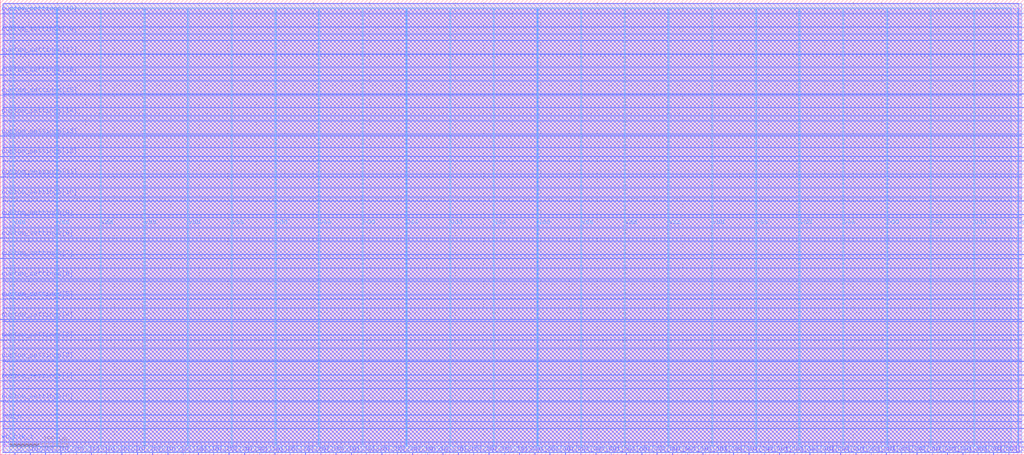
<source format=lef>
VERSION 5.7 ;
  NOWIREEXTENSIONATPIN ON ;
  DIVIDERCHAR "/" ;
  BUSBITCHARS "[]" ;
MACRO wrapped_pdp11
  CLASS BLOCK ;
  FOREIGN wrapped_pdp11 ;
  ORIGIN 0.000 0.000 ;
  SIZE 1800.000 BY 800.000 ;
  PIN custom_settings[0]
    DIRECTION INPUT ;
    USE SIGNAL ;
    ANTENNAGATEAREA 0.498500 ;
    ANTENNADIFFAREA 0.410400 ;
    PORT
      LAYER Metal3 ;
        RECT 0.000 94.080 4.000 94.640 ;
    END
  END custom_settings[0]
  PIN custom_settings[10]
    DIRECTION INPUT ;
    USE SIGNAL ;
    ANTENNAGATEAREA 0.741000 ;
    ANTENNADIFFAREA 0.410400 ;
    PORT
      LAYER Metal3 ;
        RECT 0.000 452.480 4.000 453.040 ;
    END
  END custom_settings[10]
  PIN custom_settings[11]
    DIRECTION INPUT ;
    USE SIGNAL ;
    ANTENNAGATEAREA 0.741000 ;
    ANTENNADIFFAREA 0.410400 ;
    PORT
      LAYER Metal3 ;
        RECT 0.000 488.320 4.000 488.880 ;
    END
  END custom_settings[11]
  PIN custom_settings[12]
    DIRECTION INPUT ;
    USE SIGNAL ;
    ANTENNAGATEAREA 0.741000 ;
    ANTENNADIFFAREA 0.410400 ;
    PORT
      LAYER Metal3 ;
        RECT 0.000 524.160 4.000 524.720 ;
    END
  END custom_settings[12]
  PIN custom_settings[13]
    DIRECTION INPUT ;
    USE SIGNAL ;
    ANTENNAGATEAREA 0.741000 ;
    ANTENNADIFFAREA 0.410400 ;
    PORT
      LAYER Metal3 ;
        RECT 0.000 560.000 4.000 560.560 ;
    END
  END custom_settings[13]
  PIN custom_settings[14]
    DIRECTION INPUT ;
    USE SIGNAL ;
    ANTENNAGATEAREA 0.498500 ;
    ANTENNADIFFAREA 0.410400 ;
    PORT
      LAYER Metal3 ;
        RECT 0.000 595.840 4.000 596.400 ;
    END
  END custom_settings[14]
  PIN custom_settings[15]
    DIRECTION INPUT ;
    USE SIGNAL ;
    ANTENNAGATEAREA 0.498500 ;
    ANTENNADIFFAREA 0.410400 ;
    PORT
      LAYER Metal3 ;
        RECT 0.000 631.680 4.000 632.240 ;
    END
  END custom_settings[15]
  PIN custom_settings[16]
    DIRECTION INPUT ;
    USE SIGNAL ;
    ANTENNAGATEAREA 0.498500 ;
    ANTENNADIFFAREA 0.410400 ;
    PORT
      LAYER Metal3 ;
        RECT 0.000 667.520 4.000 668.080 ;
    END
  END custom_settings[16]
  PIN custom_settings[17]
    DIRECTION INPUT ;
    USE SIGNAL ;
    ANTENNAGATEAREA 0.726000 ;
    ANTENNADIFFAREA 0.410400 ;
    PORT
      LAYER Metal3 ;
        RECT 0.000 703.360 4.000 703.920 ;
    END
  END custom_settings[17]
  PIN custom_settings[18]
    DIRECTION INPUT ;
    USE SIGNAL ;
    ANTENNAGATEAREA 0.726000 ;
    ANTENNADIFFAREA 0.410400 ;
    PORT
      LAYER Metal3 ;
        RECT 0.000 739.200 4.000 739.760 ;
    END
  END custom_settings[18]
  PIN custom_settings[19]
    DIRECTION INPUT ;
    USE SIGNAL ;
    ANTENNAGATEAREA 2.204000 ;
    ANTENNADIFFAREA 0.410400 ;
    PORT
      LAYER Metal3 ;
        RECT 0.000 775.040 4.000 775.600 ;
    END
  END custom_settings[19]
  PIN custom_settings[1]
    DIRECTION INPUT ;
    USE SIGNAL ;
    ANTENNAGATEAREA 0.741000 ;
    ANTENNADIFFAREA 0.410400 ;
    PORT
      LAYER Metal3 ;
        RECT 0.000 129.920 4.000 130.480 ;
    END
  END custom_settings[1]
  PIN custom_settings[2]
    DIRECTION INPUT ;
    USE SIGNAL ;
    ANTENNAGATEAREA 0.741000 ;
    ANTENNADIFFAREA 0.410400 ;
    PORT
      LAYER Metal3 ;
        RECT 0.000 165.760 4.000 166.320 ;
    END
  END custom_settings[2]
  PIN custom_settings[3]
    DIRECTION INPUT ;
    USE SIGNAL ;
    ANTENNAGATEAREA 0.726000 ;
    ANTENNADIFFAREA 0.410400 ;
    PORT
      LAYER Metal3 ;
        RECT 0.000 201.600 4.000 202.160 ;
    END
  END custom_settings[3]
  PIN custom_settings[4]
    DIRECTION INPUT ;
    USE SIGNAL ;
    ANTENNAGATEAREA 0.498500 ;
    ANTENNADIFFAREA 0.410400 ;
    PORT
      LAYER Metal3 ;
        RECT 0.000 237.440 4.000 238.000 ;
    END
  END custom_settings[4]
  PIN custom_settings[5]
    DIRECTION INPUT ;
    USE SIGNAL ;
    ANTENNAGATEAREA 0.726000 ;
    ANTENNADIFFAREA 0.410400 ;
    PORT
      LAYER Metal3 ;
        RECT 0.000 273.280 4.000 273.840 ;
    END
  END custom_settings[5]
  PIN custom_settings[6]
    DIRECTION INPUT ;
    USE SIGNAL ;
    ANTENNAGATEAREA 0.726000 ;
    ANTENNADIFFAREA 0.410400 ;
    PORT
      LAYER Metal3 ;
        RECT 0.000 309.120 4.000 309.680 ;
    END
  END custom_settings[6]
  PIN custom_settings[7]
    DIRECTION INPUT ;
    USE SIGNAL ;
    ANTENNAGATEAREA 0.726000 ;
    ANTENNADIFFAREA 0.410400 ;
    PORT
      LAYER Metal3 ;
        RECT 0.000 344.960 4.000 345.520 ;
    END
  END custom_settings[7]
  PIN custom_settings[8]
    DIRECTION INPUT ;
    USE SIGNAL ;
    ANTENNAGATEAREA 0.726000 ;
    ANTENNADIFFAREA 0.410400 ;
    PORT
      LAYER Metal3 ;
        RECT 0.000 380.800 4.000 381.360 ;
    END
  END custom_settings[8]
  PIN custom_settings[9]
    DIRECTION INPUT ;
    USE SIGNAL ;
    ANTENNAGATEAREA 0.498500 ;
    ANTENNADIFFAREA 0.410400 ;
    PORT
      LAYER Metal3 ;
        RECT 0.000 416.640 4.000 417.200 ;
    END
  END custom_settings[9]
  PIN io_in[0]
    DIRECTION INPUT ;
    USE SIGNAL ;
    ANTENNAGATEAREA 1.183000 ;
    ANTENNADIFFAREA 0.410400 ;
    PORT
      LAYER Metal2 ;
        RECT 25.760 0.000 26.320 4.000 ;
    END
  END io_in[0]
  PIN io_in[10]
    DIRECTION INPUT ;
    USE SIGNAL ;
    ANTENNAGATEAREA 1.183000 ;
    ANTENNADIFFAREA 0.410400 ;
    PORT
      LAYER Metal2 ;
        RECT 294.560 0.000 295.120 4.000 ;
    END
  END io_in[10]
  PIN io_in[11]
    DIRECTION INPUT ;
    USE SIGNAL ;
    ANTENNAGATEAREA 1.102000 ;
    ANTENNADIFFAREA 0.410400 ;
    PORT
      LAYER Metal2 ;
        RECT 321.440 0.000 322.000 4.000 ;
    END
  END io_in[11]
  PIN io_in[12]
    DIRECTION INPUT ;
    USE SIGNAL ;
    ANTENNAGATEAREA 1.183000 ;
    ANTENNADIFFAREA 0.410400 ;
    PORT
      LAYER Metal2 ;
        RECT 348.320 0.000 348.880 4.000 ;
    END
  END io_in[12]
  PIN io_in[13]
    DIRECTION INPUT ;
    USE SIGNAL ;
    ANTENNAGATEAREA 1.183000 ;
    ANTENNADIFFAREA 0.410400 ;
    PORT
      LAYER Metal2 ;
        RECT 375.200 0.000 375.760 4.000 ;
    END
  END io_in[13]
  PIN io_in[14]
    DIRECTION INPUT ;
    USE SIGNAL ;
    ANTENNAGATEAREA 1.102000 ;
    ANTENNADIFFAREA 0.410400 ;
    PORT
      LAYER Metal2 ;
        RECT 402.080 0.000 402.640 4.000 ;
    END
  END io_in[14]
  PIN io_in[15]
    DIRECTION INPUT ;
    USE SIGNAL ;
    ANTENNAGATEAREA 0.726000 ;
    ANTENNADIFFAREA 0.410400 ;
    PORT
      LAYER Metal2 ;
        RECT 428.960 0.000 429.520 4.000 ;
    END
  END io_in[15]
  PIN io_in[16]
    DIRECTION INPUT ;
    USE SIGNAL ;
    PORT
      LAYER Metal2 ;
        RECT 455.840 0.000 456.400 4.000 ;
    END
  END io_in[16]
  PIN io_in[17]
    DIRECTION INPUT ;
    USE SIGNAL ;
    PORT
      LAYER Metal2 ;
        RECT 482.720 0.000 483.280 4.000 ;
    END
  END io_in[17]
  PIN io_in[18]
    DIRECTION INPUT ;
    USE SIGNAL ;
    PORT
      LAYER Metal2 ;
        RECT 509.600 0.000 510.160 4.000 ;
    END
  END io_in[18]
  PIN io_in[19]
    DIRECTION INPUT ;
    USE SIGNAL ;
    PORT
      LAYER Metal2 ;
        RECT 536.480 0.000 537.040 4.000 ;
    END
  END io_in[19]
  PIN io_in[1]
    DIRECTION INPUT ;
    USE SIGNAL ;
    ANTENNAGATEAREA 1.183000 ;
    ANTENNADIFFAREA 0.410400 ;
    PORT
      LAYER Metal2 ;
        RECT 52.640 0.000 53.200 4.000 ;
    END
  END io_in[1]
  PIN io_in[20]
    DIRECTION INPUT ;
    USE SIGNAL ;
    PORT
      LAYER Metal2 ;
        RECT 563.360 0.000 563.920 4.000 ;
    END
  END io_in[20]
  PIN io_in[21]
    DIRECTION INPUT ;
    USE SIGNAL ;
    PORT
      LAYER Metal2 ;
        RECT 590.240 0.000 590.800 4.000 ;
    END
  END io_in[21]
  PIN io_in[22]
    DIRECTION INPUT ;
    USE SIGNAL ;
    PORT
      LAYER Metal2 ;
        RECT 617.120 0.000 617.680 4.000 ;
    END
  END io_in[22]
  PIN io_in[23]
    DIRECTION INPUT ;
    USE SIGNAL ;
    ANTENNAGATEAREA 0.741000 ;
    ANTENNADIFFAREA 0.410400 ;
    PORT
      LAYER Metal2 ;
        RECT 644.000 0.000 644.560 4.000 ;
    END
  END io_in[23]
  PIN io_in[24]
    DIRECTION INPUT ;
    USE SIGNAL ;
    PORT
      LAYER Metal2 ;
        RECT 670.880 0.000 671.440 4.000 ;
    END
  END io_in[24]
  PIN io_in[25]
    DIRECTION INPUT ;
    USE SIGNAL ;
    ANTENNAGATEAREA 0.726000 ;
    ANTENNADIFFAREA 0.410400 ;
    PORT
      LAYER Metal2 ;
        RECT 697.760 0.000 698.320 4.000 ;
    END
  END io_in[25]
  PIN io_in[26]
    DIRECTION INPUT ;
    USE SIGNAL ;
    ANTENNAGATEAREA 1.102000 ;
    ANTENNADIFFAREA 0.410400 ;
    PORT
      LAYER Metal2 ;
        RECT 724.640 0.000 725.200 4.000 ;
    END
  END io_in[26]
  PIN io_in[27]
    DIRECTION INPUT ;
    USE SIGNAL ;
    ANTENNAGATEAREA 0.726000 ;
    ANTENNADIFFAREA 0.410400 ;
    PORT
      LAYER Metal2 ;
        RECT 751.520 0.000 752.080 4.000 ;
    END
  END io_in[27]
  PIN io_in[28]
    DIRECTION INPUT ;
    USE SIGNAL ;
    ANTENNAGATEAREA 1.102000 ;
    ANTENNADIFFAREA 0.410400 ;
    PORT
      LAYER Metal2 ;
        RECT 778.400 0.000 778.960 4.000 ;
    END
  END io_in[28]
  PIN io_in[29]
    DIRECTION INPUT ;
    USE SIGNAL ;
    ANTENNAGATEAREA 1.102000 ;
    ANTENNADIFFAREA 0.410400 ;
    PORT
      LAYER Metal2 ;
        RECT 805.280 0.000 805.840 4.000 ;
    END
  END io_in[29]
  PIN io_in[2]
    DIRECTION INPUT ;
    USE SIGNAL ;
    ANTENNAGATEAREA 1.183000 ;
    ANTENNADIFFAREA 0.410400 ;
    PORT
      LAYER Metal2 ;
        RECT 79.520 0.000 80.080 4.000 ;
    END
  END io_in[2]
  PIN io_in[30]
    DIRECTION INPUT ;
    USE SIGNAL ;
    ANTENNAGATEAREA 1.102000 ;
    ANTENNADIFFAREA 0.410400 ;
    PORT
      LAYER Metal2 ;
        RECT 832.160 0.000 832.720 4.000 ;
    END
  END io_in[30]
  PIN io_in[31]
    DIRECTION INPUT ;
    USE SIGNAL ;
    ANTENNAGATEAREA 0.726000 ;
    ANTENNADIFFAREA 0.410400 ;
    PORT
      LAYER Metal2 ;
        RECT 859.040 0.000 859.600 4.000 ;
    END
  END io_in[31]
  PIN io_in[32]
    DIRECTION INPUT ;
    USE SIGNAL ;
    ANTENNAGATEAREA 0.726000 ;
    ANTENNADIFFAREA 0.410400 ;
    PORT
      LAYER Metal2 ;
        RECT 885.920 0.000 886.480 4.000 ;
    END
  END io_in[32]
  PIN io_in[3]
    DIRECTION INPUT ;
    USE SIGNAL ;
    ANTENNAGATEAREA 1.102000 ;
    ANTENNADIFFAREA 0.410400 ;
    PORT
      LAYER Metal2 ;
        RECT 106.400 0.000 106.960 4.000 ;
    END
  END io_in[3]
  PIN io_in[4]
    DIRECTION INPUT ;
    USE SIGNAL ;
    ANTENNAGATEAREA 1.183000 ;
    ANTENNADIFFAREA 0.410400 ;
    PORT
      LAYER Metal2 ;
        RECT 133.280 0.000 133.840 4.000 ;
    END
  END io_in[4]
  PIN io_in[5]
    DIRECTION INPUT ;
    USE SIGNAL ;
    ANTENNAGATEAREA 1.102000 ;
    ANTENNADIFFAREA 0.410400 ;
    PORT
      LAYER Metal2 ;
        RECT 160.160 0.000 160.720 4.000 ;
    END
  END io_in[5]
  PIN io_in[6]
    DIRECTION INPUT ;
    USE SIGNAL ;
    ANTENNAGATEAREA 0.726000 ;
    ANTENNADIFFAREA 0.410400 ;
    PORT
      LAYER Metal2 ;
        RECT 187.040 0.000 187.600 4.000 ;
    END
  END io_in[6]
  PIN io_in[7]
    DIRECTION INPUT ;
    USE SIGNAL ;
    ANTENNAGATEAREA 1.183000 ;
    ANTENNADIFFAREA 0.410400 ;
    PORT
      LAYER Metal2 ;
        RECT 213.920 0.000 214.480 4.000 ;
    END
  END io_in[7]
  PIN io_in[8]
    DIRECTION INPUT ;
    USE SIGNAL ;
    ANTENNAGATEAREA 2.204000 ;
    ANTENNADIFFAREA 0.410400 ;
    PORT
      LAYER Metal2 ;
        RECT 240.800 0.000 241.360 4.000 ;
    END
  END io_in[8]
  PIN io_in[9]
    DIRECTION INPUT ;
    USE SIGNAL ;
    ANTENNAGATEAREA 1.183000 ;
    ANTENNADIFFAREA 0.410400 ;
    PORT
      LAYER Metal2 ;
        RECT 267.680 0.000 268.240 4.000 ;
    END
  END io_in[9]
  PIN io_oeb[0]
    DIRECTION OUTPUT TRISTATE ;
    USE SIGNAL ;
    ANTENNADIFFAREA 4.731200 ;
    PORT
      LAYER Metal3 ;
        RECT 1796.000 22.400 1800.000 22.960 ;
    END
  END io_oeb[0]
  PIN io_oeb[10]
    DIRECTION OUTPUT TRISTATE ;
    USE SIGNAL ;
    ANTENNADIFFAREA 4.731200 ;
    PORT
      LAYER Metal3 ;
        RECT 1796.000 257.600 1800.000 258.160 ;
    END
  END io_oeb[10]
  PIN io_oeb[11]
    DIRECTION OUTPUT TRISTATE ;
    USE SIGNAL ;
    ANTENNADIFFAREA 4.731200 ;
    PORT
      LAYER Metal3 ;
        RECT 1796.000 281.120 1800.000 281.680 ;
    END
  END io_oeb[11]
  PIN io_oeb[12]
    DIRECTION OUTPUT TRISTATE ;
    USE SIGNAL ;
    ANTENNADIFFAREA 4.731200 ;
    PORT
      LAYER Metal3 ;
        RECT 1796.000 304.640 1800.000 305.200 ;
    END
  END io_oeb[12]
  PIN io_oeb[13]
    DIRECTION OUTPUT TRISTATE ;
    USE SIGNAL ;
    ANTENNADIFFAREA 4.731200 ;
    PORT
      LAYER Metal3 ;
        RECT 1796.000 328.160 1800.000 328.720 ;
    END
  END io_oeb[13]
  PIN io_oeb[14]
    DIRECTION OUTPUT TRISTATE ;
    USE SIGNAL ;
    ANTENNADIFFAREA 4.731200 ;
    PORT
      LAYER Metal3 ;
        RECT 1796.000 351.680 1800.000 352.240 ;
    END
  END io_oeb[14]
  PIN io_oeb[15]
    DIRECTION OUTPUT TRISTATE ;
    USE SIGNAL ;
    ANTENNADIFFAREA 4.731200 ;
    PORT
      LAYER Metal3 ;
        RECT 1796.000 375.200 1800.000 375.760 ;
    END
  END io_oeb[15]
  PIN io_oeb[16]
    DIRECTION OUTPUT TRISTATE ;
    USE SIGNAL ;
    ANTENNADIFFAREA 0.360800 ;
    PORT
      LAYER Metal3 ;
        RECT 1796.000 398.720 1800.000 399.280 ;
    END
  END io_oeb[16]
  PIN io_oeb[17]
    DIRECTION OUTPUT TRISTATE ;
    USE SIGNAL ;
    ANTENNADIFFAREA 0.360800 ;
    PORT
      LAYER Metal3 ;
        RECT 1796.000 422.240 1800.000 422.800 ;
    END
  END io_oeb[17]
  PIN io_oeb[18]
    DIRECTION OUTPUT TRISTATE ;
    USE SIGNAL ;
    ANTENNADIFFAREA 0.360800 ;
    PORT
      LAYER Metal3 ;
        RECT 1796.000 445.760 1800.000 446.320 ;
    END
  END io_oeb[18]
  PIN io_oeb[19]
    DIRECTION OUTPUT TRISTATE ;
    USE SIGNAL ;
    ANTENNADIFFAREA 0.360800 ;
    PORT
      LAYER Metal3 ;
        RECT 1796.000 469.280 1800.000 469.840 ;
    END
  END io_oeb[19]
  PIN io_oeb[1]
    DIRECTION OUTPUT TRISTATE ;
    USE SIGNAL ;
    ANTENNADIFFAREA 4.731200 ;
    PORT
      LAYER Metal3 ;
        RECT 1796.000 45.920 1800.000 46.480 ;
    END
  END io_oeb[1]
  PIN io_oeb[20]
    DIRECTION OUTPUT TRISTATE ;
    USE SIGNAL ;
    ANTENNADIFFAREA 0.360800 ;
    PORT
      LAYER Metal3 ;
        RECT 1796.000 492.800 1800.000 493.360 ;
    END
  END io_oeb[20]
  PIN io_oeb[21]
    DIRECTION OUTPUT TRISTATE ;
    USE SIGNAL ;
    ANTENNADIFFAREA 0.360800 ;
    PORT
      LAYER Metal3 ;
        RECT 1796.000 516.320 1800.000 516.880 ;
    END
  END io_oeb[21]
  PIN io_oeb[22]
    DIRECTION OUTPUT TRISTATE ;
    USE SIGNAL ;
    ANTENNADIFFAREA 0.360800 ;
    PORT
      LAYER Metal3 ;
        RECT 1796.000 539.840 1800.000 540.400 ;
    END
  END io_oeb[22]
  PIN io_oeb[23]
    DIRECTION OUTPUT TRISTATE ;
    USE SIGNAL ;
    ANTENNADIFFAREA 0.536800 ;
    PORT
      LAYER Metal3 ;
        RECT 1796.000 563.360 1800.000 563.920 ;
    END
  END io_oeb[23]
  PIN io_oeb[24]
    DIRECTION OUTPUT TRISTATE ;
    USE SIGNAL ;
    ANTENNADIFFAREA 0.360800 ;
    PORT
      LAYER Metal3 ;
        RECT 1796.000 586.880 1800.000 587.440 ;
    END
  END io_oeb[24]
  PIN io_oeb[25]
    DIRECTION OUTPUT TRISTATE ;
    USE SIGNAL ;
    ANTENNADIFFAREA 0.536800 ;
    PORT
      LAYER Metal3 ;
        RECT 1796.000 610.400 1800.000 610.960 ;
    END
  END io_oeb[25]
  PIN io_oeb[26]
    DIRECTION OUTPUT TRISTATE ;
    USE SIGNAL ;
    ANTENNADIFFAREA 4.731200 ;
    PORT
      LAYER Metal3 ;
        RECT 1796.000 633.920 1800.000 634.480 ;
    END
  END io_oeb[26]
  PIN io_oeb[27]
    DIRECTION OUTPUT TRISTATE ;
    USE SIGNAL ;
    ANTENNADIFFAREA 4.731200 ;
    PORT
      LAYER Metal3 ;
        RECT 1796.000 657.440 1800.000 658.000 ;
    END
  END io_oeb[27]
  PIN io_oeb[28]
    DIRECTION OUTPUT TRISTATE ;
    USE SIGNAL ;
    ANTENNADIFFAREA 4.731200 ;
    PORT
      LAYER Metal3 ;
        RECT 1796.000 680.960 1800.000 681.520 ;
    END
  END io_oeb[28]
  PIN io_oeb[29]
    DIRECTION OUTPUT TRISTATE ;
    USE SIGNAL ;
    ANTENNADIFFAREA 4.731200 ;
    PORT
      LAYER Metal3 ;
        RECT 1796.000 704.480 1800.000 705.040 ;
    END
  END io_oeb[29]
  PIN io_oeb[2]
    DIRECTION OUTPUT TRISTATE ;
    USE SIGNAL ;
    ANTENNADIFFAREA 4.731200 ;
    PORT
      LAYER Metal3 ;
        RECT 1796.000 69.440 1800.000 70.000 ;
    END
  END io_oeb[2]
  PIN io_oeb[30]
    DIRECTION OUTPUT TRISTATE ;
    USE SIGNAL ;
    ANTENNADIFFAREA 4.731200 ;
    PORT
      LAYER Metal3 ;
        RECT 1796.000 728.000 1800.000 728.560 ;
    END
  END io_oeb[30]
  PIN io_oeb[31]
    DIRECTION OUTPUT TRISTATE ;
    USE SIGNAL ;
    ANTENNADIFFAREA 4.731200 ;
    PORT
      LAYER Metal3 ;
        RECT 1796.000 751.520 1800.000 752.080 ;
    END
  END io_oeb[31]
  PIN io_oeb[32]
    DIRECTION OUTPUT TRISTATE ;
    USE SIGNAL ;
    ANTENNADIFFAREA 4.731200 ;
    PORT
      LAYER Metal3 ;
        RECT 1796.000 775.040 1800.000 775.600 ;
    END
  END io_oeb[32]
  PIN io_oeb[3]
    DIRECTION OUTPUT TRISTATE ;
    USE SIGNAL ;
    ANTENNADIFFAREA 4.731200 ;
    PORT
      LAYER Metal3 ;
        RECT 1796.000 92.960 1800.000 93.520 ;
    END
  END io_oeb[3]
  PIN io_oeb[4]
    DIRECTION OUTPUT TRISTATE ;
    USE SIGNAL ;
    ANTENNADIFFAREA 4.731200 ;
    PORT
      LAYER Metal3 ;
        RECT 1796.000 116.480 1800.000 117.040 ;
    END
  END io_oeb[4]
  PIN io_oeb[5]
    DIRECTION OUTPUT TRISTATE ;
    USE SIGNAL ;
    ANTENNADIFFAREA 4.731200 ;
    PORT
      LAYER Metal3 ;
        RECT 1796.000 140.000 1800.000 140.560 ;
    END
  END io_oeb[5]
  PIN io_oeb[6]
    DIRECTION OUTPUT TRISTATE ;
    USE SIGNAL ;
    ANTENNADIFFAREA 4.731200 ;
    PORT
      LAYER Metal3 ;
        RECT 1796.000 163.520 1800.000 164.080 ;
    END
  END io_oeb[6]
  PIN io_oeb[7]
    DIRECTION OUTPUT TRISTATE ;
    USE SIGNAL ;
    ANTENNADIFFAREA 4.731200 ;
    PORT
      LAYER Metal3 ;
        RECT 1796.000 187.040 1800.000 187.600 ;
    END
  END io_oeb[7]
  PIN io_oeb[8]
    DIRECTION OUTPUT TRISTATE ;
    USE SIGNAL ;
    ANTENNADIFFAREA 4.731200 ;
    PORT
      LAYER Metal3 ;
        RECT 1796.000 210.560 1800.000 211.120 ;
    END
  END io_oeb[8]
  PIN io_oeb[9]
    DIRECTION OUTPUT TRISTATE ;
    USE SIGNAL ;
    ANTENNADIFFAREA 4.731200 ;
    PORT
      LAYER Metal3 ;
        RECT 1796.000 234.080 1800.000 234.640 ;
    END
  END io_oeb[9]
  PIN io_out[0]
    DIRECTION OUTPUT TRISTATE ;
    USE SIGNAL ;
    ANTENNADIFFAREA 4.731200 ;
    PORT
      LAYER Metal2 ;
        RECT 912.800 0.000 913.360 4.000 ;
    END
  END io_out[0]
  PIN io_out[10]
    DIRECTION OUTPUT TRISTATE ;
    USE SIGNAL ;
    ANTENNADIFFAREA 4.731200 ;
    PORT
      LAYER Metal2 ;
        RECT 1181.600 0.000 1182.160 4.000 ;
    END
  END io_out[10]
  PIN io_out[11]
    DIRECTION OUTPUT TRISTATE ;
    USE SIGNAL ;
    ANTENNADIFFAREA 4.731200 ;
    PORT
      LAYER Metal2 ;
        RECT 1208.480 0.000 1209.040 4.000 ;
    END
  END io_out[11]
  PIN io_out[12]
    DIRECTION OUTPUT TRISTATE ;
    USE SIGNAL ;
    ANTENNADIFFAREA 4.731200 ;
    PORT
      LAYER Metal2 ;
        RECT 1235.360 0.000 1235.920 4.000 ;
    END
  END io_out[12]
  PIN io_out[13]
    DIRECTION OUTPUT TRISTATE ;
    USE SIGNAL ;
    ANTENNADIFFAREA 4.731200 ;
    PORT
      LAYER Metal2 ;
        RECT 1262.240 0.000 1262.800 4.000 ;
    END
  END io_out[13]
  PIN io_out[14]
    DIRECTION OUTPUT TRISTATE ;
    USE SIGNAL ;
    ANTENNADIFFAREA 4.731200 ;
    PORT
      LAYER Metal2 ;
        RECT 1289.120 0.000 1289.680 4.000 ;
    END
  END io_out[14]
  PIN io_out[15]
    DIRECTION OUTPUT TRISTATE ;
    USE SIGNAL ;
    ANTENNADIFFAREA 4.731200 ;
    PORT
      LAYER Metal2 ;
        RECT 1316.000 0.000 1316.560 4.000 ;
    END
  END io_out[15]
  PIN io_out[16]
    DIRECTION OUTPUT TRISTATE ;
    USE SIGNAL ;
    ANTENNADIFFAREA 0.897600 ;
    PORT
      LAYER Metal2 ;
        RECT 1342.880 0.000 1343.440 4.000 ;
    END
  END io_out[16]
  PIN io_out[17]
    DIRECTION OUTPUT TRISTATE ;
    USE SIGNAL ;
    ANTENNADIFFAREA 4.731200 ;
    PORT
      LAYER Metal2 ;
        RECT 1369.760 0.000 1370.320 4.000 ;
    END
  END io_out[17]
  PIN io_out[18]
    DIRECTION OUTPUT TRISTATE ;
    USE SIGNAL ;
    ANTENNADIFFAREA 4.731200 ;
    PORT
      LAYER Metal2 ;
        RECT 1396.640 0.000 1397.200 4.000 ;
    END
  END io_out[18]
  PIN io_out[19]
    DIRECTION OUTPUT TRISTATE ;
    USE SIGNAL ;
    ANTENNADIFFAREA 0.897600 ;
    PORT
      LAYER Metal2 ;
        RECT 1423.520 0.000 1424.080 4.000 ;
    END
  END io_out[19]
  PIN io_out[1]
    DIRECTION OUTPUT TRISTATE ;
    USE SIGNAL ;
    ANTENNADIFFAREA 4.731200 ;
    PORT
      LAYER Metal2 ;
        RECT 939.680 0.000 940.240 4.000 ;
    END
  END io_out[1]
  PIN io_out[20]
    DIRECTION OUTPUT TRISTATE ;
    USE SIGNAL ;
    ANTENNADIFFAREA 4.731200 ;
    PORT
      LAYER Metal2 ;
        RECT 1450.400 0.000 1450.960 4.000 ;
    END
  END io_out[20]
  PIN io_out[21]
    DIRECTION OUTPUT TRISTATE ;
    USE SIGNAL ;
    ANTENNADIFFAREA 4.731200 ;
    PORT
      LAYER Metal2 ;
        RECT 1477.280 0.000 1477.840 4.000 ;
    END
  END io_out[21]
  PIN io_out[22]
    DIRECTION OUTPUT TRISTATE ;
    USE SIGNAL ;
    ANTENNADIFFAREA 4.731200 ;
    PORT
      LAYER Metal2 ;
        RECT 1504.160 0.000 1504.720 4.000 ;
    END
  END io_out[22]
  PIN io_out[23]
    DIRECTION OUTPUT TRISTATE ;
    USE SIGNAL ;
    ANTENNADIFFAREA 0.360800 ;
    PORT
      LAYER Metal2 ;
        RECT 1531.040 0.000 1531.600 4.000 ;
    END
  END io_out[23]
  PIN io_out[24]
    DIRECTION OUTPUT TRISTATE ;
    USE SIGNAL ;
    ANTENNADIFFAREA 4.731200 ;
    PORT
      LAYER Metal2 ;
        RECT 1557.920 0.000 1558.480 4.000 ;
    END
  END io_out[24]
  PIN io_out[25]
    DIRECTION OUTPUT TRISTATE ;
    USE SIGNAL ;
    ANTENNADIFFAREA 0.360800 ;
    PORT
      LAYER Metal2 ;
        RECT 1584.800 0.000 1585.360 4.000 ;
    END
  END io_out[25]
  PIN io_out[26]
    DIRECTION OUTPUT TRISTATE ;
    USE SIGNAL ;
    ANTENNADIFFAREA 4.731200 ;
    PORT
      LAYER Metal2 ;
        RECT 1611.680 0.000 1612.240 4.000 ;
    END
  END io_out[26]
  PIN io_out[27]
    DIRECTION OUTPUT TRISTATE ;
    USE SIGNAL ;
    ANTENNADIFFAREA 4.731200 ;
    PORT
      LAYER Metal2 ;
        RECT 1638.560 0.000 1639.120 4.000 ;
    END
  END io_out[27]
  PIN io_out[28]
    DIRECTION OUTPUT TRISTATE ;
    USE SIGNAL ;
    ANTENNADIFFAREA 4.731200 ;
    PORT
      LAYER Metal2 ;
        RECT 1665.440 0.000 1666.000 4.000 ;
    END
  END io_out[28]
  PIN io_out[29]
    DIRECTION OUTPUT TRISTATE ;
    USE SIGNAL ;
    ANTENNADIFFAREA 4.731200 ;
    PORT
      LAYER Metal2 ;
        RECT 1692.320 0.000 1692.880 4.000 ;
    END
  END io_out[29]
  PIN io_out[2]
    DIRECTION OUTPUT TRISTATE ;
    USE SIGNAL ;
    ANTENNADIFFAREA 4.731200 ;
    PORT
      LAYER Metal2 ;
        RECT 966.560 0.000 967.120 4.000 ;
    END
  END io_out[2]
  PIN io_out[30]
    DIRECTION OUTPUT TRISTATE ;
    USE SIGNAL ;
    ANTENNADIFFAREA 4.731200 ;
    PORT
      LAYER Metal2 ;
        RECT 1719.200 0.000 1719.760 4.000 ;
    END
  END io_out[30]
  PIN io_out[31]
    DIRECTION OUTPUT TRISTATE ;
    USE SIGNAL ;
    ANTENNADIFFAREA 4.731200 ;
    PORT
      LAYER Metal2 ;
        RECT 1746.080 0.000 1746.640 4.000 ;
    END
  END io_out[31]
  PIN io_out[32]
    DIRECTION OUTPUT TRISTATE ;
    USE SIGNAL ;
    ANTENNADIFFAREA 4.731200 ;
    PORT
      LAYER Metal2 ;
        RECT 1772.960 0.000 1773.520 4.000 ;
    END
  END io_out[32]
  PIN io_out[3]
    DIRECTION OUTPUT TRISTATE ;
    USE SIGNAL ;
    ANTENNADIFFAREA 4.731200 ;
    PORT
      LAYER Metal2 ;
        RECT 993.440 0.000 994.000 4.000 ;
    END
  END io_out[3]
  PIN io_out[4]
    DIRECTION OUTPUT TRISTATE ;
    USE SIGNAL ;
    ANTENNADIFFAREA 4.731200 ;
    PORT
      LAYER Metal2 ;
        RECT 1020.320 0.000 1020.880 4.000 ;
    END
  END io_out[4]
  PIN io_out[5]
    DIRECTION OUTPUT TRISTATE ;
    USE SIGNAL ;
    ANTENNADIFFAREA 4.731200 ;
    PORT
      LAYER Metal2 ;
        RECT 1047.200 0.000 1047.760 4.000 ;
    END
  END io_out[5]
  PIN io_out[6]
    DIRECTION OUTPUT TRISTATE ;
    USE SIGNAL ;
    ANTENNADIFFAREA 4.731200 ;
    PORT
      LAYER Metal2 ;
        RECT 1074.080 0.000 1074.640 4.000 ;
    END
  END io_out[6]
  PIN io_out[7]
    DIRECTION OUTPUT TRISTATE ;
    USE SIGNAL ;
    ANTENNADIFFAREA 4.731200 ;
    PORT
      LAYER Metal2 ;
        RECT 1100.960 0.000 1101.520 4.000 ;
    END
  END io_out[7]
  PIN io_out[8]
    DIRECTION OUTPUT TRISTATE ;
    USE SIGNAL ;
    ANTENNADIFFAREA 4.731200 ;
    PORT
      LAYER Metal2 ;
        RECT 1127.840 0.000 1128.400 4.000 ;
    END
  END io_out[8]
  PIN io_out[9]
    DIRECTION OUTPUT TRISTATE ;
    USE SIGNAL ;
    ANTENNADIFFAREA 4.731200 ;
    PORT
      LAYER Metal2 ;
        RECT 1154.720 0.000 1155.280 4.000 ;
    END
  END io_out[9]
  PIN rst_n
    DIRECTION INPUT ;
    USE SIGNAL ;
    ANTENNAGATEAREA 1.102000 ;
    ANTENNADIFFAREA 0.410400 ;
    PORT
      LAYER Metal3 ;
        RECT 0.000 58.240 4.000 58.800 ;
    END
  END rst_n
  PIN vdd
    DIRECTION INOUT ;
    USE POWER ;
    PORT
      LAYER Metal4 ;
        RECT 22.240 15.380 23.840 784.300 ;
    END
    PORT
      LAYER Metal4 ;
        RECT 175.840 15.380 177.440 784.300 ;
    END
    PORT
      LAYER Metal4 ;
        RECT 329.440 15.380 331.040 784.300 ;
    END
    PORT
      LAYER Metal4 ;
        RECT 483.040 15.380 484.640 784.300 ;
    END
    PORT
      LAYER Metal4 ;
        RECT 636.640 15.380 638.240 784.300 ;
    END
    PORT
      LAYER Metal4 ;
        RECT 790.240 15.380 791.840 784.300 ;
    END
    PORT
      LAYER Metal4 ;
        RECT 943.840 15.380 945.440 784.300 ;
    END
    PORT
      LAYER Metal4 ;
        RECT 1097.440 15.380 1099.040 784.300 ;
    END
    PORT
      LAYER Metal4 ;
        RECT 1251.040 15.380 1252.640 784.300 ;
    END
    PORT
      LAYER Metal4 ;
        RECT 1404.640 15.380 1406.240 784.300 ;
    END
    PORT
      LAYER Metal4 ;
        RECT 1558.240 15.380 1559.840 784.300 ;
    END
    PORT
      LAYER Metal4 ;
        RECT 1711.840 15.380 1713.440 784.300 ;
    END
  END vdd
  PIN vss
    DIRECTION INOUT ;
    USE GROUND ;
    PORT
      LAYER Metal4 ;
        RECT 99.040 15.380 100.640 784.300 ;
    END
    PORT
      LAYER Metal4 ;
        RECT 252.640 15.380 254.240 784.300 ;
    END
    PORT
      LAYER Metal4 ;
        RECT 406.240 15.380 407.840 784.300 ;
    END
    PORT
      LAYER Metal4 ;
        RECT 559.840 15.380 561.440 784.300 ;
    END
    PORT
      LAYER Metal4 ;
        RECT 713.440 15.380 715.040 784.300 ;
    END
    PORT
      LAYER Metal4 ;
        RECT 867.040 15.380 868.640 784.300 ;
    END
    PORT
      LAYER Metal4 ;
        RECT 1020.640 15.380 1022.240 784.300 ;
    END
    PORT
      LAYER Metal4 ;
        RECT 1174.240 15.380 1175.840 784.300 ;
    END
    PORT
      LAYER Metal4 ;
        RECT 1327.840 15.380 1329.440 784.300 ;
    END
    PORT
      LAYER Metal4 ;
        RECT 1481.440 15.380 1483.040 784.300 ;
    END
    PORT
      LAYER Metal4 ;
        RECT 1635.040 15.380 1636.640 784.300 ;
    END
    PORT
      LAYER Metal4 ;
        RECT 1788.640 15.380 1790.240 784.300 ;
    END
  END vss
  PIN wb_clk_i
    DIRECTION INPUT ;
    USE SIGNAL ;
    ANTENNAGATEAREA 4.738000 ;
    ANTENNADIFFAREA 0.410400 ;
    PORT
      LAYER Metal3 ;
        RECT 0.000 22.400 4.000 22.960 ;
    END
  END wb_clk_i
  OBS
      LAYER Metal1 ;
        RECT 6.720 15.380 1793.120 784.300 ;
      LAYER Metal2 ;
        RECT 5.740 4.300 1790.740 793.430 ;
        RECT 5.740 3.450 25.460 4.300 ;
        RECT 26.620 3.450 52.340 4.300 ;
        RECT 53.500 3.450 79.220 4.300 ;
        RECT 80.380 3.450 106.100 4.300 ;
        RECT 107.260 3.450 132.980 4.300 ;
        RECT 134.140 3.450 159.860 4.300 ;
        RECT 161.020 3.450 186.740 4.300 ;
        RECT 187.900 3.450 213.620 4.300 ;
        RECT 214.780 3.450 240.500 4.300 ;
        RECT 241.660 3.450 267.380 4.300 ;
        RECT 268.540 3.450 294.260 4.300 ;
        RECT 295.420 3.450 321.140 4.300 ;
        RECT 322.300 3.450 348.020 4.300 ;
        RECT 349.180 3.450 374.900 4.300 ;
        RECT 376.060 3.450 401.780 4.300 ;
        RECT 402.940 3.450 428.660 4.300 ;
        RECT 429.820 3.450 455.540 4.300 ;
        RECT 456.700 3.450 482.420 4.300 ;
        RECT 483.580 3.450 509.300 4.300 ;
        RECT 510.460 3.450 536.180 4.300 ;
        RECT 537.340 3.450 563.060 4.300 ;
        RECT 564.220 3.450 589.940 4.300 ;
        RECT 591.100 3.450 616.820 4.300 ;
        RECT 617.980 3.450 643.700 4.300 ;
        RECT 644.860 3.450 670.580 4.300 ;
        RECT 671.740 3.450 697.460 4.300 ;
        RECT 698.620 3.450 724.340 4.300 ;
        RECT 725.500 3.450 751.220 4.300 ;
        RECT 752.380 3.450 778.100 4.300 ;
        RECT 779.260 3.450 804.980 4.300 ;
        RECT 806.140 3.450 831.860 4.300 ;
        RECT 833.020 3.450 858.740 4.300 ;
        RECT 859.900 3.450 885.620 4.300 ;
        RECT 886.780 3.450 912.500 4.300 ;
        RECT 913.660 3.450 939.380 4.300 ;
        RECT 940.540 3.450 966.260 4.300 ;
        RECT 967.420 3.450 993.140 4.300 ;
        RECT 994.300 3.450 1020.020 4.300 ;
        RECT 1021.180 3.450 1046.900 4.300 ;
        RECT 1048.060 3.450 1073.780 4.300 ;
        RECT 1074.940 3.450 1100.660 4.300 ;
        RECT 1101.820 3.450 1127.540 4.300 ;
        RECT 1128.700 3.450 1154.420 4.300 ;
        RECT 1155.580 3.450 1181.300 4.300 ;
        RECT 1182.460 3.450 1208.180 4.300 ;
        RECT 1209.340 3.450 1235.060 4.300 ;
        RECT 1236.220 3.450 1261.940 4.300 ;
        RECT 1263.100 3.450 1288.820 4.300 ;
        RECT 1289.980 3.450 1315.700 4.300 ;
        RECT 1316.860 3.450 1342.580 4.300 ;
        RECT 1343.740 3.450 1369.460 4.300 ;
        RECT 1370.620 3.450 1396.340 4.300 ;
        RECT 1397.500 3.450 1423.220 4.300 ;
        RECT 1424.380 3.450 1450.100 4.300 ;
        RECT 1451.260 3.450 1476.980 4.300 ;
        RECT 1478.140 3.450 1503.860 4.300 ;
        RECT 1505.020 3.450 1530.740 4.300 ;
        RECT 1531.900 3.450 1557.620 4.300 ;
        RECT 1558.780 3.450 1584.500 4.300 ;
        RECT 1585.660 3.450 1611.380 4.300 ;
        RECT 1612.540 3.450 1638.260 4.300 ;
        RECT 1639.420 3.450 1665.140 4.300 ;
        RECT 1666.300 3.450 1692.020 4.300 ;
        RECT 1693.180 3.450 1718.900 4.300 ;
        RECT 1720.060 3.450 1745.780 4.300 ;
        RECT 1746.940 3.450 1772.660 4.300 ;
        RECT 1773.820 3.450 1790.740 4.300 ;
      LAYER Metal3 ;
        RECT 4.000 775.900 1796.340 793.380 ;
        RECT 4.300 774.740 1795.700 775.900 ;
        RECT 4.000 752.380 1796.340 774.740 ;
        RECT 4.000 751.220 1795.700 752.380 ;
        RECT 4.000 740.060 1796.340 751.220 ;
        RECT 4.300 738.900 1796.340 740.060 ;
        RECT 4.000 728.860 1796.340 738.900 ;
        RECT 4.000 727.700 1795.700 728.860 ;
        RECT 4.000 705.340 1796.340 727.700 ;
        RECT 4.000 704.220 1795.700 705.340 ;
        RECT 4.300 704.180 1795.700 704.220 ;
        RECT 4.300 703.060 1796.340 704.180 ;
        RECT 4.000 681.820 1796.340 703.060 ;
        RECT 4.000 680.660 1795.700 681.820 ;
        RECT 4.000 668.380 1796.340 680.660 ;
        RECT 4.300 667.220 1796.340 668.380 ;
        RECT 4.000 658.300 1796.340 667.220 ;
        RECT 4.000 657.140 1795.700 658.300 ;
        RECT 4.000 634.780 1796.340 657.140 ;
        RECT 4.000 633.620 1795.700 634.780 ;
        RECT 4.000 632.540 1796.340 633.620 ;
        RECT 4.300 631.380 1796.340 632.540 ;
        RECT 4.000 611.260 1796.340 631.380 ;
        RECT 4.000 610.100 1795.700 611.260 ;
        RECT 4.000 596.700 1796.340 610.100 ;
        RECT 4.300 595.540 1796.340 596.700 ;
        RECT 4.000 587.740 1796.340 595.540 ;
        RECT 4.000 586.580 1795.700 587.740 ;
        RECT 4.000 564.220 1796.340 586.580 ;
        RECT 4.000 563.060 1795.700 564.220 ;
        RECT 4.000 560.860 1796.340 563.060 ;
        RECT 4.300 559.700 1796.340 560.860 ;
        RECT 4.000 540.700 1796.340 559.700 ;
        RECT 4.000 539.540 1795.700 540.700 ;
        RECT 4.000 525.020 1796.340 539.540 ;
        RECT 4.300 523.860 1796.340 525.020 ;
        RECT 4.000 517.180 1796.340 523.860 ;
        RECT 4.000 516.020 1795.700 517.180 ;
        RECT 4.000 493.660 1796.340 516.020 ;
        RECT 4.000 492.500 1795.700 493.660 ;
        RECT 4.000 489.180 1796.340 492.500 ;
        RECT 4.300 488.020 1796.340 489.180 ;
        RECT 4.000 470.140 1796.340 488.020 ;
        RECT 4.000 468.980 1795.700 470.140 ;
        RECT 4.000 453.340 1796.340 468.980 ;
        RECT 4.300 452.180 1796.340 453.340 ;
        RECT 4.000 446.620 1796.340 452.180 ;
        RECT 4.000 445.460 1795.700 446.620 ;
        RECT 4.000 423.100 1796.340 445.460 ;
        RECT 4.000 421.940 1795.700 423.100 ;
        RECT 4.000 417.500 1796.340 421.940 ;
        RECT 4.300 416.340 1796.340 417.500 ;
        RECT 4.000 399.580 1796.340 416.340 ;
        RECT 4.000 398.420 1795.700 399.580 ;
        RECT 4.000 381.660 1796.340 398.420 ;
        RECT 4.300 380.500 1796.340 381.660 ;
        RECT 4.000 376.060 1796.340 380.500 ;
        RECT 4.000 374.900 1795.700 376.060 ;
        RECT 4.000 352.540 1796.340 374.900 ;
        RECT 4.000 351.380 1795.700 352.540 ;
        RECT 4.000 345.820 1796.340 351.380 ;
        RECT 4.300 344.660 1796.340 345.820 ;
        RECT 4.000 329.020 1796.340 344.660 ;
        RECT 4.000 327.860 1795.700 329.020 ;
        RECT 4.000 309.980 1796.340 327.860 ;
        RECT 4.300 308.820 1796.340 309.980 ;
        RECT 4.000 305.500 1796.340 308.820 ;
        RECT 4.000 304.340 1795.700 305.500 ;
        RECT 4.000 281.980 1796.340 304.340 ;
        RECT 4.000 280.820 1795.700 281.980 ;
        RECT 4.000 274.140 1796.340 280.820 ;
        RECT 4.300 272.980 1796.340 274.140 ;
        RECT 4.000 258.460 1796.340 272.980 ;
        RECT 4.000 257.300 1795.700 258.460 ;
        RECT 4.000 238.300 1796.340 257.300 ;
        RECT 4.300 237.140 1796.340 238.300 ;
        RECT 4.000 234.940 1796.340 237.140 ;
        RECT 4.000 233.780 1795.700 234.940 ;
        RECT 4.000 211.420 1796.340 233.780 ;
        RECT 4.000 210.260 1795.700 211.420 ;
        RECT 4.000 202.460 1796.340 210.260 ;
        RECT 4.300 201.300 1796.340 202.460 ;
        RECT 4.000 187.900 1796.340 201.300 ;
        RECT 4.000 186.740 1795.700 187.900 ;
        RECT 4.000 166.620 1796.340 186.740 ;
        RECT 4.300 165.460 1796.340 166.620 ;
        RECT 4.000 164.380 1796.340 165.460 ;
        RECT 4.000 163.220 1795.700 164.380 ;
        RECT 4.000 140.860 1796.340 163.220 ;
        RECT 4.000 139.700 1795.700 140.860 ;
        RECT 4.000 130.780 1796.340 139.700 ;
        RECT 4.300 129.620 1796.340 130.780 ;
        RECT 4.000 117.340 1796.340 129.620 ;
        RECT 4.000 116.180 1795.700 117.340 ;
        RECT 4.000 94.940 1796.340 116.180 ;
        RECT 4.300 93.820 1796.340 94.940 ;
        RECT 4.300 93.780 1795.700 93.820 ;
        RECT 4.000 92.660 1795.700 93.780 ;
        RECT 4.000 70.300 1796.340 92.660 ;
        RECT 4.000 69.140 1795.700 70.300 ;
        RECT 4.000 59.100 1796.340 69.140 ;
        RECT 4.300 57.940 1796.340 59.100 ;
        RECT 4.000 46.780 1796.340 57.940 ;
        RECT 4.000 45.620 1795.700 46.780 ;
        RECT 4.000 23.260 1796.340 45.620 ;
        RECT 4.300 22.100 1795.700 23.260 ;
        RECT 4.000 3.500 1796.340 22.100 ;
      LAYER Metal4 ;
        RECT 16.940 784.600 1777.300 786.150 ;
        RECT 16.940 15.080 21.940 784.600 ;
        RECT 24.140 15.080 98.740 784.600 ;
        RECT 100.940 15.080 175.540 784.600 ;
        RECT 177.740 15.080 252.340 784.600 ;
        RECT 254.540 15.080 329.140 784.600 ;
        RECT 331.340 15.080 405.940 784.600 ;
        RECT 408.140 15.080 482.740 784.600 ;
        RECT 484.940 15.080 559.540 784.600 ;
        RECT 561.740 15.080 636.340 784.600 ;
        RECT 638.540 15.080 713.140 784.600 ;
        RECT 715.340 15.080 789.940 784.600 ;
        RECT 792.140 15.080 866.740 784.600 ;
        RECT 868.940 15.080 943.540 784.600 ;
        RECT 945.740 15.080 1020.340 784.600 ;
        RECT 1022.540 15.080 1097.140 784.600 ;
        RECT 1099.340 15.080 1173.940 784.600 ;
        RECT 1176.140 15.080 1250.740 784.600 ;
        RECT 1252.940 15.080 1327.540 784.600 ;
        RECT 1329.740 15.080 1404.340 784.600 ;
        RECT 1406.540 15.080 1481.140 784.600 ;
        RECT 1483.340 15.080 1557.940 784.600 ;
        RECT 1560.140 15.080 1634.740 784.600 ;
        RECT 1636.940 15.080 1711.540 784.600 ;
        RECT 1713.740 15.080 1777.300 784.600 ;
        RECT 16.940 3.450 1777.300 15.080 ;
  END
END wrapped_pdp11
END LIBRARY


</source>
